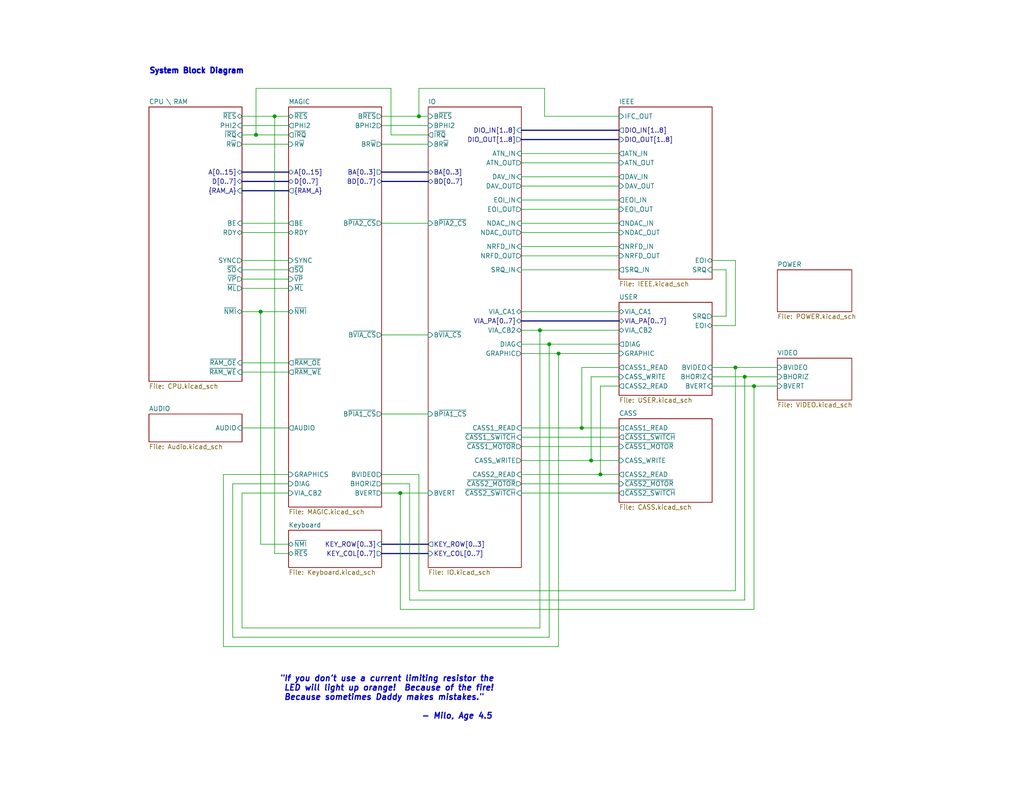
<source format=kicad_sch>
(kicad_sch
	(version 20231120)
	(generator "eeschema")
	(generator_version "8.0")
	(uuid "2eea20e6-112c-411a-b615-885ae773135a")
	(paper "A")
	(title_block
		(title "EconoPET 40/8096")
		(date "2023-10-01")
		(rev "A")
		(company "https://is.gd/6hpvh6")
		(comment 1 "Unspecified resistors are 1% / 62.5mW")
		(comment 2 "Unspecified capacitors are 25V")
		(comment 3 "Signals with B-prefix are level-shifted from 3V3 to 5V")
		(comment 4 "License: CC0 1.0 Universal (Public Domain Dedication)")
	)
	(lib_symbols)
	(junction
		(at 114.3 31.75)
		(diameter 0)
		(color 0 0 0 0)
		(uuid "044de712-d3da-40ed-9c9f-d91ef285c74c")
	)
	(junction
		(at 109.22 134.62)
		(diameter 0)
		(color 0 0 0 0)
		(uuid "19069e0d-ec58-401e-8889-9e0b9837a764")
	)
	(junction
		(at 74.93 31.75)
		(diameter 0)
		(color 0 0 0 0)
		(uuid "285b373c-316e-4275-a8c8-3ee6d6d57416")
	)
	(junction
		(at 163.83 129.54)
		(diameter 0)
		(color 0 0 0 0)
		(uuid "34922a5d-1e3b-4201-91a9-0e7b32aeac9a")
	)
	(junction
		(at 205.74 105.41)
		(diameter 0)
		(color 0 0 0 0)
		(uuid "40e5bc02-b58a-43f9-b4a4-85ab18bf82a2")
	)
	(junction
		(at 152.4 96.52)
		(diameter 0)
		(color 0 0 0 0)
		(uuid "5c9a9d34-cd8c-4cb6-a91e-ba9272b5de6a")
	)
	(junction
		(at 161.29 125.73)
		(diameter 0)
		(color 0 0 0 0)
		(uuid "63683a23-989e-4c85-8ec2-cff1fc171481")
	)
	(junction
		(at 200.66 100.33)
		(diameter 0)
		(color 0 0 0 0)
		(uuid "6c696662-a61f-439a-a2be-a3b47ec410b7")
	)
	(junction
		(at 147.32 90.17)
		(diameter 0)
		(color 0 0 0 0)
		(uuid "983425f8-052a-4e51-8e0f-1b076b560800")
	)
	(junction
		(at 158.75 116.84)
		(diameter 0)
		(color 0 0 0 0)
		(uuid "9d3f3af0-0587-4c5b-a789-673e60296627")
	)
	(junction
		(at 71.12 85.09)
		(diameter 0)
		(color 0 0 0 0)
		(uuid "afa626a6-f752-4aea-8bba-cf9ee70e90cf")
	)
	(junction
		(at 69.85 36.83)
		(diameter 0)
		(color 0 0 0 0)
		(uuid "b6f7cbbf-5a8c-437e-8e52-a3627997e450")
	)
	(junction
		(at 203.2 102.87)
		(diameter 0)
		(color 0 0 0 0)
		(uuid "eb81b1ec-ba5a-4e7e-9c9e-317bc8860515")
	)
	(junction
		(at 149.86 93.98)
		(diameter 0)
		(color 0 0 0 0)
		(uuid "f269caeb-494b-459f-acb5-79bbb33478d8")
	)
	(wire
		(pts
			(xy 152.4 176.53) (xy 60.96 176.53)
		)
		(stroke
			(width 0)
			(type default)
		)
		(uuid "00147d5b-974f-49cf-a6f0-f5053f4c81cd")
	)
	(wire
		(pts
			(xy 149.86 173.99) (xy 63.5 173.99)
		)
		(stroke
			(width 0)
			(type default)
		)
		(uuid "008e0d82-04bc-4311-82e5-5681d58dd86c")
	)
	(wire
		(pts
			(xy 158.75 116.84) (xy 168.91 116.84)
		)
		(stroke
			(width 0)
			(type default)
		)
		(uuid "013a1d87-ed18-4c90-b9f4-d218274fd035")
	)
	(wire
		(pts
			(xy 142.24 129.54) (xy 163.83 129.54)
		)
		(stroke
			(width 0)
			(type default)
		)
		(uuid "044dde97-ee2e-473a-9264-ed4dff1893a5")
	)
	(wire
		(pts
			(xy 104.14 113.03) (xy 116.84 113.03)
		)
		(stroke
			(width 0)
			(type default)
		)
		(uuid "047f481c-92e6-4bfc-9020-6cb754fd001c")
	)
	(wire
		(pts
			(xy 66.04 71.12) (xy 78.74 71.12)
		)
		(stroke
			(width 0)
			(type default)
		)
		(uuid "05e3f48e-a1e1-412a-acd4-da42067f42c4")
	)
	(wire
		(pts
			(xy 66.04 34.29) (xy 78.74 34.29)
		)
		(stroke
			(width 0)
			(type default)
		)
		(uuid "05ee8a83-a4a5-4b91-b148-4c47e0f8bd57")
	)
	(bus
		(pts
			(xy 104.14 151.13) (xy 116.84 151.13)
		)
		(stroke
			(width 0)
			(type default)
		)
		(uuid "06241921-ea49-471a-b0d2-329cdc736ae1")
	)
	(wire
		(pts
			(xy 168.91 57.15) (xy 142.24 57.15)
		)
		(stroke
			(width 0)
			(type default)
		)
		(uuid "0a1d0cbe-85ab-4f0f-b3b1-fcef21dfb600")
	)
	(wire
		(pts
			(xy 142.24 85.09) (xy 168.91 85.09)
		)
		(stroke
			(width 0)
			(type default)
		)
		(uuid "0a5610bb-d01a-4417-8271-dc424dd2c838")
	)
	(wire
		(pts
			(xy 148.59 31.75) (xy 168.91 31.75)
		)
		(stroke
			(width 0)
			(type default)
		)
		(uuid "0b110cbc-e477-4bdc-9c81-26a3d588d354")
	)
	(wire
		(pts
			(xy 203.2 102.87) (xy 212.09 102.87)
		)
		(stroke
			(width 0)
			(type default)
		)
		(uuid "0ba96aa6-d6e5-4a70-915b-5ed207592681")
	)
	(wire
		(pts
			(xy 142.24 41.91) (xy 168.91 41.91)
		)
		(stroke
			(width 0)
			(type default)
		)
		(uuid "0c544a8c-9f45-4205-9bca-1d91c95d58ef")
	)
	(wire
		(pts
			(xy 66.04 39.37) (xy 78.74 39.37)
		)
		(stroke
			(width 0)
			(type default)
		)
		(uuid "0d4c3b10-37d8-4e97-b2f6-436af0bcb4f1")
	)
	(wire
		(pts
			(xy 194.31 100.33) (xy 200.66 100.33)
		)
		(stroke
			(width 0)
			(type default)
		)
		(uuid "0f1f7335-c4c8-401b-9498-64a17e0e678c")
	)
	(wire
		(pts
			(xy 158.75 100.33) (xy 158.75 116.84)
		)
		(stroke
			(width 0)
			(type default)
		)
		(uuid "15ea3484-2685-47cb-9e01-ec01c6d477b8")
	)
	(wire
		(pts
			(xy 147.32 90.17) (xy 147.32 171.45)
		)
		(stroke
			(width 0)
			(type default)
		)
		(uuid "165be2a4-4482-4ca3-a0d6-5b17f324c46e")
	)
	(wire
		(pts
			(xy 66.04 73.66) (xy 78.74 73.66)
		)
		(stroke
			(width 0)
			(type default)
		)
		(uuid "18fc3753-751d-401c-b5ec-0b3bfb40f30f")
	)
	(wire
		(pts
			(xy 142.24 67.31) (xy 168.91 67.31)
		)
		(stroke
			(width 0)
			(type default)
		)
		(uuid "1cb64bfe-d819-47e3-be11-515b04f2c451")
	)
	(wire
		(pts
			(xy 205.74 105.41) (xy 205.74 166.37)
		)
		(stroke
			(width 0)
			(type default)
		)
		(uuid "1dc6e845-b0b7-485a-94eb-a4f06c8b6903")
	)
	(bus
		(pts
			(xy 104.14 49.53) (xy 116.84 49.53)
		)
		(stroke
			(width 0)
			(type default)
		)
		(uuid "2028d85e-9e27-4758-8c0b-559fad072813")
	)
	(wire
		(pts
			(xy 66.04 36.83) (xy 69.85 36.83)
		)
		(stroke
			(width 0)
			(type default)
		)
		(uuid "20710265-b9cb-4856-84c2-1fcb6b345ab2")
	)
	(wire
		(pts
			(xy 104.14 91.44) (xy 116.84 91.44)
		)
		(stroke
			(width 0)
			(type default)
		)
		(uuid "22c28634-55a5-4f76-9217-6b70ddd108b8")
	)
	(wire
		(pts
			(xy 116.84 36.83) (xy 106.68 36.83)
		)
		(stroke
			(width 0)
			(type default)
		)
		(uuid "234e1024-0b7f-410c-90bb-bae43af1eb25")
	)
	(wire
		(pts
			(xy 142.24 134.62) (xy 168.91 134.62)
		)
		(stroke
			(width 0)
			(type default)
		)
		(uuid "2681e64d-bedc-4e1f-87d2-754aaa485bbd")
	)
	(wire
		(pts
			(xy 69.85 36.83) (xy 78.74 36.83)
		)
		(stroke
			(width 0)
			(type default)
		)
		(uuid "2dd76837-a80a-47e1-8d49-9d9601dba9d6")
	)
	(wire
		(pts
			(xy 71.12 148.59) (xy 71.12 85.09)
		)
		(stroke
			(width 0)
			(type default)
		)
		(uuid "2f88299c-5f6e-424b-aa88-f32e0dc5d5ff")
	)
	(wire
		(pts
			(xy 194.31 105.41) (xy 205.74 105.41)
		)
		(stroke
			(width 0)
			(type default)
		)
		(uuid "33b7f11b-6f33-4668-bdc1-5792615f8226")
	)
	(wire
		(pts
			(xy 109.22 166.37) (xy 109.22 134.62)
		)
		(stroke
			(width 0)
			(type default)
		)
		(uuid "39cc6803-7db3-4877-934d-6e50836e995f")
	)
	(wire
		(pts
			(xy 74.93 31.75) (xy 74.93 151.13)
		)
		(stroke
			(width 0)
			(type default)
		)
		(uuid "3a6d19df-01b0-4106-95a6-d239818d7ef6")
	)
	(wire
		(pts
			(xy 198.12 73.66) (xy 194.31 73.66)
		)
		(stroke
			(width 0)
			(type default)
		)
		(uuid "3b9c5ffd-e59b-402d-8c5e-052f7ca643a4")
	)
	(wire
		(pts
			(xy 142.24 93.98) (xy 149.86 93.98)
		)
		(stroke
			(width 0)
			(type default)
		)
		(uuid "3f1ab70d-3263-42b5-9c61-0360188ff2b7")
	)
	(wire
		(pts
			(xy 168.91 102.87) (xy 161.29 102.87)
		)
		(stroke
			(width 0)
			(type default)
		)
		(uuid "4160bbf7-ffff-4c5c-a647-5ee58ddecf06")
	)
	(wire
		(pts
			(xy 74.93 31.75) (xy 78.74 31.75)
		)
		(stroke
			(width 0)
			(type default)
		)
		(uuid "45ff8c29-ab0d-47d2-a905-3ffbf0e4e8c5")
	)
	(wire
		(pts
			(xy 60.96 129.54) (xy 78.74 129.54)
		)
		(stroke
			(width 0)
			(type default)
		)
		(uuid "462e7cee-da81-41c4-890b-5c5b19c75a92")
	)
	(wire
		(pts
			(xy 63.5 132.08) (xy 78.74 132.08)
		)
		(stroke
			(width 0)
			(type default)
		)
		(uuid "49c15cc1-f2f3-4a42-86f4-2a6f6db97325")
	)
	(wire
		(pts
			(xy 66.04 76.2) (xy 78.74 76.2)
		)
		(stroke
			(width 0)
			(type default)
		)
		(uuid "49c6b417-8202-4f80-acce-af331b1f2513")
	)
	(wire
		(pts
			(xy 66.04 116.84) (xy 78.74 116.84)
		)
		(stroke
			(width 0)
			(type default)
		)
		(uuid "4c380e0e-a2f8-43a0-9014-c99fb50d9e02")
	)
	(wire
		(pts
			(xy 66.04 60.96) (xy 78.74 60.96)
		)
		(stroke
			(width 0)
			(type default)
		)
		(uuid "4cdf2af7-8e79-46e4-8fbd-5b0736293fc7")
	)
	(wire
		(pts
			(xy 104.14 60.96) (xy 116.84 60.96)
		)
		(stroke
			(width 0)
			(type default)
		)
		(uuid "4d2fd49e-2cb2-44d4-8935-68488970d97b")
	)
	(wire
		(pts
			(xy 198.12 86.36) (xy 198.12 73.66)
		)
		(stroke
			(width 0)
			(type default)
		)
		(uuid "4fb2577d-2e1c-480c-9060-124510b35053")
	)
	(wire
		(pts
			(xy 74.93 151.13) (xy 78.74 151.13)
		)
		(stroke
			(width 0)
			(type default)
		)
		(uuid "50e0d676-ec36-44b9-a45f-4a0f6a41d9f0")
	)
	(bus
		(pts
			(xy 104.14 148.59) (xy 116.84 148.59)
		)
		(stroke
			(width 0)
			(type default)
		)
		(uuid "51a39e99-2339-43ac-897e-1b48d64296ba")
	)
	(wire
		(pts
			(xy 66.04 171.45) (xy 66.04 134.62)
		)
		(stroke
			(width 0)
			(type default)
		)
		(uuid "54603515-902b-42ce-88de-5fce264d9d07")
	)
	(wire
		(pts
			(xy 104.14 134.62) (xy 109.22 134.62)
		)
		(stroke
			(width 0)
			(type default)
		)
		(uuid "560efb63-644c-4816-a2b8-b305c9f38e95")
	)
	(wire
		(pts
			(xy 200.66 88.9) (xy 194.31 88.9)
		)
		(stroke
			(width 0)
			(type default)
		)
		(uuid "5a33f5a4-a470-4c04-9e2d-532b5f01a5d6")
	)
	(wire
		(pts
			(xy 142.24 60.96) (xy 168.91 60.96)
		)
		(stroke
			(width 0)
			(type default)
		)
		(uuid "60d26b83-9c3a-4edb-93ef-ab3d9d05e8cb")
	)
	(wire
		(pts
			(xy 200.66 71.12) (xy 200.66 88.9)
		)
		(stroke
			(width 0)
			(type default)
		)
		(uuid "6133fb54-5524-482e-9ae2-adbf29aced9e")
	)
	(wire
		(pts
			(xy 142.24 125.73) (xy 161.29 125.73)
		)
		(stroke
			(width 0)
			(type default)
		)
		(uuid "6319cd99-a443-46e1-8dfc-9e4b6f6242e5")
	)
	(wire
		(pts
			(xy 163.83 105.41) (xy 163.83 129.54)
		)
		(stroke
			(width 0)
			(type default)
		)
		(uuid "661ca2ba-bce5-4308-99a6-de333a625515")
	)
	(wire
		(pts
			(xy 148.59 24.13) (xy 148.59 31.75)
		)
		(stroke
			(width 0)
			(type default)
		)
		(uuid "6762c669-2824-49a2-8bd4-3f19091dd75a")
	)
	(wire
		(pts
			(xy 194.31 102.87) (xy 203.2 102.87)
		)
		(stroke
			(width 0)
			(type default)
		)
		(uuid "69f36eb8-b5c9-448a-ba62-abde9a723457")
	)
	(wire
		(pts
			(xy 200.66 100.33) (xy 212.09 100.33)
		)
		(stroke
			(width 0)
			(type default)
		)
		(uuid "6ae5e725-018f-49a3-89f8-91a853894ff2")
	)
	(bus
		(pts
			(xy 142.24 87.63) (xy 168.91 87.63)
		)
		(stroke
			(width 0)
			(type default)
		)
		(uuid "6b6d35dc-fa1d-46c5-87c0-b0652011059d")
	)
	(wire
		(pts
			(xy 66.04 78.74) (xy 78.74 78.74)
		)
		(stroke
			(width 0)
			(type default)
		)
		(uuid "6fba296d-9556-44d8-96ae-3e781f34f9b3")
	)
	(wire
		(pts
			(xy 161.29 102.87) (xy 161.29 125.73)
		)
		(stroke
			(width 0)
			(type default)
		)
		(uuid "7582a530-a952-46c1-b7eb-75006524ba29")
	)
	(wire
		(pts
			(xy 168.91 125.73) (xy 161.29 125.73)
		)
		(stroke
			(width 0)
			(type default)
		)
		(uuid "765684c2-53b3-4ef7-bd1b-7a4a73d87b76")
	)
	(wire
		(pts
			(xy 63.5 173.99) (xy 63.5 132.08)
		)
		(stroke
			(width 0)
			(type default)
		)
		(uuid "7dc656da-8c58-46ac-a69b-f064d02086f9")
	)
	(wire
		(pts
			(xy 78.74 148.59) (xy 71.12 148.59)
		)
		(stroke
			(width 0)
			(type default)
		)
		(uuid "8022c62a-af58-49c0-a9df-26eebce0f3ed")
	)
	(wire
		(pts
			(xy 114.3 31.75) (xy 116.84 31.75)
		)
		(stroke
			(width 0)
			(type default)
		)
		(uuid "83e349fb-6338-43f9-ad3f-2e7f4b8bb4a9")
	)
	(wire
		(pts
			(xy 163.83 129.54) (xy 168.91 129.54)
		)
		(stroke
			(width 0)
			(type default)
		)
		(uuid "84cbf9cd-80aa-4a98-94f8-3b4ae2a14939")
	)
	(wire
		(pts
			(xy 168.91 105.41) (xy 163.83 105.41)
		)
		(stroke
			(width 0)
			(type default)
		)
		(uuid "96781640-c07e-4eea-a372-067ded96b703")
	)
	(wire
		(pts
			(xy 60.96 176.53) (xy 60.96 129.54)
		)
		(stroke
			(width 0)
			(type default)
		)
		(uuid "986635e7-5cdc-42e7-a81e-e75e0dda0fc6")
	)
	(wire
		(pts
			(xy 149.86 93.98) (xy 168.91 93.98)
		)
		(stroke
			(width 0)
			(type default)
		)
		(uuid "992a9f00-5db9-4710-b83c-2f47626f1afc")
	)
	(wire
		(pts
			(xy 66.04 31.75) (xy 74.93 31.75)
		)
		(stroke
			(width 0)
			(type default)
		)
		(uuid "999f8245-b14d-42f7-82db-69ee98420b1e")
	)
	(bus
		(pts
			(xy 66.04 49.53) (xy 78.74 49.53)
		)
		(stroke
			(width 0)
			(type default)
		)
		(uuid "9e2492fd-e074-42db-8129-fe39460dc1e0")
	)
	(wire
		(pts
			(xy 147.32 171.45) (xy 66.04 171.45)
		)
		(stroke
			(width 0)
			(type default)
		)
		(uuid "9ecd5699-fd86-420b-b44f-c871ac46bec7")
	)
	(wire
		(pts
			(xy 168.91 69.85) (xy 142.24 69.85)
		)
		(stroke
			(width 0)
			(type default)
		)
		(uuid "9f4abbc0-6ac3-48f0-b823-2c1c19349540")
	)
	(wire
		(pts
			(xy 168.91 96.52) (xy 152.4 96.52)
		)
		(stroke
			(width 0)
			(type default)
		)
		(uuid "a22bec73-a69c-4ab7-8d8d-f6a6b09f925f")
	)
	(bus
		(pts
			(xy 66.04 46.99) (xy 78.74 46.99)
		)
		(stroke
			(width 0)
			(type default)
		)
		(uuid "a48f5fff-52e4-4ae8-8faa-7084c7ae8a28")
	)
	(wire
		(pts
			(xy 152.4 96.52) (xy 142.24 96.52)
		)
		(stroke
			(width 0)
			(type default)
		)
		(uuid "a5ef31b7-003a-4e91-9578-7ffb4cba9788")
	)
	(wire
		(pts
			(xy 205.74 105.41) (xy 212.09 105.41)
		)
		(stroke
			(width 0)
			(type default)
		)
		(uuid "a67f95b6-3821-4969-aa12-c9cd8e7182db")
	)
	(wire
		(pts
			(xy 114.3 24.13) (xy 148.59 24.13)
		)
		(stroke
			(width 0)
			(type default)
		)
		(uuid "a9d76dfc-52ba-46de-beb4-dab7b94ee663")
	)
	(wire
		(pts
			(xy 147.32 90.17) (xy 168.91 90.17)
		)
		(stroke
			(width 0)
			(type default)
		)
		(uuid "aaa96006-202a-4a19-b32d-e0264c2a748c")
	)
	(wire
		(pts
			(xy 104.14 34.29) (xy 116.84 34.29)
		)
		(stroke
			(width 0)
			(type default)
		)
		(uuid "aae6bc05-6036-4fc6-8be7-c70daf5c8932")
	)
	(wire
		(pts
			(xy 168.91 63.5) (xy 142.24 63.5)
		)
		(stroke
			(width 0)
			(type default)
		)
		(uuid "ae158d42-76cc-4911-a621-4cc28931c98b")
	)
	(wire
		(pts
			(xy 168.91 119.38) (xy 142.24 119.38)
		)
		(stroke
			(width 0)
			(type default)
		)
		(uuid "b44c0167-50fe-4c67-94fb-5ce2e6f52544")
	)
	(wire
		(pts
			(xy 200.66 161.29) (xy 114.3 161.29)
		)
		(stroke
			(width 0)
			(type default)
		)
		(uuid "b64f53e9-08f4-4967-936d-18f5d6c519a9")
	)
	(wire
		(pts
			(xy 168.91 44.45) (xy 142.24 44.45)
		)
		(stroke
			(width 0)
			(type default)
		)
		(uuid "bb5d2eae-a96e-45dd-89aa-125fe22cc2fa")
	)
	(wire
		(pts
			(xy 66.04 85.09) (xy 71.12 85.09)
		)
		(stroke
			(width 0)
			(type default)
		)
		(uuid "bc46ac42-6985-4332-a4d6-bb7cec7e036f")
	)
	(wire
		(pts
			(xy 66.04 101.6) (xy 78.74 101.6)
		)
		(stroke
			(width 0)
			(type default)
		)
		(uuid "c119f42d-4ef0-46e9-b66a-ff371df73063")
	)
	(wire
		(pts
			(xy 142.24 50.8) (xy 168.91 50.8)
		)
		(stroke
			(width 0)
			(type default)
		)
		(uuid "c37d3f0c-41ec-4928-8869-febc821c6326")
	)
	(wire
		(pts
			(xy 168.91 100.33) (xy 158.75 100.33)
		)
		(stroke
			(width 0)
			(type default)
		)
		(uuid "c6462399-f2e4-4f1a-b34a-b49a04c8bdb9")
	)
	(wire
		(pts
			(xy 168.91 132.08) (xy 142.24 132.08)
		)
		(stroke
			(width 0)
			(type default)
		)
		(uuid "c811ed5f-f509-4605-b7d3-da6f79935a1e")
	)
	(wire
		(pts
			(xy 66.04 63.5) (xy 78.74 63.5)
		)
		(stroke
			(width 0)
			(type default)
		)
		(uuid "c85e3068-d7e6-4d84-8d19-4c38a1550eda")
	)
	(wire
		(pts
			(xy 200.66 100.33) (xy 200.66 161.29)
		)
		(stroke
			(width 0)
			(type default)
		)
		(uuid "c89a6932-4c35-49c3-a16d-2e29973adb59")
	)
	(bus
		(pts
			(xy 142.24 38.1) (xy 168.91 38.1)
		)
		(stroke
			(width 0)
			(type default)
		)
		(uuid "cd50b8dc-829d-4a1d-8f2a-6471f378ba87")
	)
	(wire
		(pts
			(xy 203.2 102.87) (xy 203.2 163.83)
		)
		(stroke
			(width 0)
			(type default)
		)
		(uuid "cef391e2-104e-4a02-ae8c-35f77d6f6528")
	)
	(wire
		(pts
			(xy 114.3 129.54) (xy 104.14 129.54)
		)
		(stroke
			(width 0)
			(type default)
		)
		(uuid "cfcbedb8-7935-45e9-9511-800f7528a336")
	)
	(wire
		(pts
			(xy 194.31 86.36) (xy 198.12 86.36)
		)
		(stroke
			(width 0)
			(type default)
		)
		(uuid "d035bb7a-e806-42f2-ba95-a390d279aef1")
	)
	(wire
		(pts
			(xy 142.24 116.84) (xy 158.75 116.84)
		)
		(stroke
			(width 0)
			(type default)
		)
		(uuid "d115a0df-1034-4583-83af-ff1cb8acfa17")
	)
	(bus
		(pts
			(xy 142.24 35.56) (xy 168.91 35.56)
		)
		(stroke
			(width 0)
			(type default)
		)
		(uuid "d1441985-7b63-4bf8-a06d-c70da2e3b78b")
	)
	(wire
		(pts
			(xy 203.2 163.83) (xy 111.76 163.83)
		)
		(stroke
			(width 0)
			(type default)
		)
		(uuid "d1537b63-56a9-403d-af1f-320efea3ce96")
	)
	(wire
		(pts
			(xy 114.3 161.29) (xy 114.3 129.54)
		)
		(stroke
			(width 0)
			(type default)
		)
		(uuid "d35438af-d49e-46d3-af63-b09eb85e6957")
	)
	(wire
		(pts
			(xy 142.24 73.66) (xy 168.91 73.66)
		)
		(stroke
			(width 0)
			(type default)
		)
		(uuid "d5f4d798-57d3-493b-b57c-3b6e89508879")
	)
	(wire
		(pts
			(xy 104.14 132.08) (xy 111.76 132.08)
		)
		(stroke
			(width 0)
			(type default)
		)
		(uuid "d62a85b1-fafa-4bb0-a5cb-61302909cae3")
	)
	(wire
		(pts
			(xy 114.3 31.75) (xy 114.3 24.13)
		)
		(stroke
			(width 0)
			(type default)
		)
		(uuid "d9cf2d61-3126-40fe-a66d-ae5145f94be8")
	)
	(wire
		(pts
			(xy 142.24 121.92) (xy 168.91 121.92)
		)
		(stroke
			(width 0)
			(type default)
		)
		(uuid "dd2d59b3-ddef-491f-bb57-eb3d3820bdeb")
	)
	(wire
		(pts
			(xy 104.14 31.75) (xy 114.3 31.75)
		)
		(stroke
			(width 0)
			(type default)
		)
		(uuid "df5c9f6b-a62e-44ba-997f-b2cf3279c7d4")
	)
	(bus
		(pts
			(xy 66.04 52.07) (xy 78.74 52.07)
		)
		(stroke
			(width 0)
			(type default)
		)
		(uuid "df856891-0c73-4a6d-9295-0a5aec77edec")
	)
	(wire
		(pts
			(xy 106.68 24.13) (xy 69.85 24.13)
		)
		(stroke
			(width 0)
			(type default)
		)
		(uuid "e0b0947e-ec91-4d8a-8663-5a112b0a8541")
	)
	(bus
		(pts
			(xy 104.14 46.99) (xy 116.84 46.99)
		)
		(stroke
			(width 0)
			(type default)
		)
		(uuid "e0d7c1d9-102e-4758-a8b7-ff248f1ce315")
	)
	(wire
		(pts
			(xy 66.04 134.62) (xy 78.74 134.62)
		)
		(stroke
			(width 0)
			(type default)
		)
		(uuid "e2e21f8e-f2a4-46e5-854a-5049cac960bf")
	)
	(wire
		(pts
			(xy 142.24 90.17) (xy 147.32 90.17)
		)
		(stroke
			(width 0)
			(type default)
		)
		(uuid "e4504518-96e7-4c9e-8457-7273f5a490f1")
	)
	(wire
		(pts
			(xy 152.4 96.52) (xy 152.4 176.53)
		)
		(stroke
			(width 0)
			(type default)
		)
		(uuid "e4add989-3502-4243-878f-d4babef5c9f6")
	)
	(wire
		(pts
			(xy 142.24 54.61) (xy 168.91 54.61)
		)
		(stroke
			(width 0)
			(type default)
		)
		(uuid "ea77ba09-319a-49bd-ad5b-49f4c76f232c")
	)
	(wire
		(pts
			(xy 111.76 163.83) (xy 111.76 132.08)
		)
		(stroke
			(width 0)
			(type default)
		)
		(uuid "eee2d4ba-e851-4381-8fdd-7ee0090673e3")
	)
	(wire
		(pts
			(xy 194.31 71.12) (xy 200.66 71.12)
		)
		(stroke
			(width 0)
			(type default)
		)
		(uuid "f08895dc-4dcb-4aef-a39b-5a08864cdaaf")
	)
	(wire
		(pts
			(xy 205.74 166.37) (xy 109.22 166.37)
		)
		(stroke
			(width 0)
			(type default)
		)
		(uuid "f14f26e8-73c8-4d83-aba6-a97672a407ea")
	)
	(wire
		(pts
			(xy 109.22 134.62) (xy 116.84 134.62)
		)
		(stroke
			(width 0)
			(type default)
		)
		(uuid "f1f95e00-2ff0-4fbd-80d0-97094bf71752")
	)
	(wire
		(pts
			(xy 104.14 39.37) (xy 116.84 39.37)
		)
		(stroke
			(width 0)
			(type default)
		)
		(uuid "f220d6a7-3170-4e04-8de6-2df0c3962fe0")
	)
	(wire
		(pts
			(xy 66.04 99.06) (xy 78.74 99.06)
		)
		(stroke
			(width 0)
			(type default)
		)
		(uuid "f284b1e2-75a4-4a3f-a5f4-6f05f15fb4f5")
	)
	(wire
		(pts
			(xy 71.12 85.09) (xy 78.74 85.09)
		)
		(stroke
			(width 0)
			(type default)
		)
		(uuid "f8a005c0-6b54-4b9f-a271-35cbad8ba0c6")
	)
	(wire
		(pts
			(xy 142.24 48.26) (xy 168.91 48.26)
		)
		(stroke
			(width 0)
			(type default)
		)
		(uuid "facb0614-068b-4c9c-a466-d374df96a94c")
	)
	(wire
		(pts
			(xy 149.86 93.98) (xy 149.86 173.99)
		)
		(stroke
			(width 0)
			(type default)
		)
		(uuid "fbe24a77-3942-4c73-8ad1-509729df461a")
	)
	(wire
		(pts
			(xy 106.68 36.83) (xy 106.68 24.13)
		)
		(stroke
			(width 0)
			(type default)
		)
		(uuid "fcfb3f77-487d-44de-bd4e-948fbeca3220")
	)
	(wire
		(pts
			(xy 69.85 24.13) (xy 69.85 36.83)
		)
		(stroke
			(width 0)
			(type default)
		)
		(uuid "fd29cce5-2d5d-4676-956a-df49a3c13d23")
	)
	(text "\"If you don't use a current limiting resistor the\n LED will light up orange!  Because of the fire!\n Because sometimes Daddy makes mistakes.\"\n\n                                - Milo, Age 4.5\n"
		(exclude_from_sim no)
		(at 76.2 190.5 0)
		(effects
			(font
				(size 1.5875 1.5875)
				(thickness 0.3175)
				(bold yes)
				(italic yes)
			)
			(justify left)
		)
		(uuid "6390a6cc-0e3d-40ce-862b-b05e81279e59")
	)
	(text "System Block Diagram"
		(exclude_from_sim no)
		(at 40.64 20.32 0)
		(effects
			(font
				(size 1.5 1.5)
				(thickness 0.8)
				(bold yes)
			)
			(justify left bottom)
		)
		(uuid "d7ab9822-788f-4a76-b4be-97d7a9c7c4b0")
	)
	(sheet
		(at 40.64 29.21)
		(size 25.4 74.93)
		(fields_autoplaced yes)
		(stroke
			(width 0)
			(type solid)
		)
		(fill
			(color 0 0 0 0.0000)
		)
		(uuid "00000000-0000-0000-0000-0000614e685e")
		(property "Sheetname" "CPU \\ RAM"
			(at 40.64 28.4984 0)
			(effects
				(font
					(size 1.27 1.27)
				)
				(justify left bottom)
			)
		)
		(property "Sheetfile" "CPU.kicad_sch"
			(at 40.64 104.7246 0)
			(effects
				(font
					(size 1.27 1.27)
				)
				(justify left top)
			)
		)
		(pin "SYNC" output
			(at 66.04 71.12 0)
			(effects
				(font
					(size 1.27 1.27)
				)
				(justify right)
			)
			(uuid "e8274862-c966-456a-98d5-9c42f72963c1")
		)
		(pin "BE" input
			(at 66.04 60.96 0)
			(effects
				(font
					(size 1.27 1.27)
				)
				(justify right)
			)
			(uuid "efd7a1e0-5bed-4583-a94e-5ccec9e4eb74")
		)
		(pin "RDY" bidirectional
			(at 66.04 63.5 0)
			(effects
				(font
					(size 1.27 1.27)
				)
				(justify right)
			)
			(uuid "f7070c76-b83b-43a9-a243-491723819616")
		)
		(pin "~{NMI}" bidirectional
			(at 66.04 85.09 0)
			(effects
				(font
					(size 1.27 1.27)
				)
				(justify right)
			)
			(uuid "f5eb7390-4215-4bb5-bc53-f82f663cc9a5")
		)
		(pin "~{IRQ}" input
			(at 66.04 36.83 0)
			(effects
				(font
					(size 1.27 1.27)
				)
				(justify right)
			)
			(uuid "17cf1c88-8d51-4538-aa76-e35ac22d0ed0")
		)
		(pin "R~{W}" output
			(at 66.04 39.37 0)
			(effects
				(font
					(size 1.27 1.27)
				)
				(justify right)
			)
			(uuid "c3a69550-c4fa-45d1-9aba-0bba47699cca")
		)
		(pin "PHI2" input
			(at 66.04 34.29 0)
			(effects
				(font
					(size 1.27 1.27)
				)
				(justify right)
			)
			(uuid "b7b00984-6ab1-482e-b4b4-67cac44d44da")
		)
		(pin "~{RES}" bidirectional
			(at 66.04 31.75 0)
			(effects
				(font
					(size 1.27 1.27)
				)
				(justify right)
			)
			(uuid "3fa05934-8ad1-40a9-af5c-98ad298eb412")
		)
		(pin "D[0..7]" bidirectional
			(at 66.04 49.53 0)
			(effects
				(font
					(size 1.27 1.27)
				)
				(justify right)
			)
			(uuid "9cacb6ad-6bbf-4ffe-b0a4-2df24045e046")
		)
		(pin "~{RAM_OE}" input
			(at 66.04 99.06 0)
			(effects
				(font
					(size 1.27 1.27)
				)
				(justify right)
			)
			(uuid "be5a7017-fe9d-43ea-9a6a-8fe8deb78420")
		)
		(pin "~{RAM_WE}" input
			(at 66.04 101.6 0)
			(effects
				(font
					(size 1.27 1.27)
				)
				(justify right)
			)
			(uuid "49488c82-6277-4d05-a051-6a9df142c373")
		)
		(pin "~{SO}" input
			(at 66.04 73.66 0)
			(effects
				(font
					(size 1.27 1.27)
				)
				(justify right)
			)
			(uuid "0ff428eb-628c-49ee-8ce2-0a71fb61ba13")
		)
		(pin "~{VP}" output
			(at 66.04 76.2 0)
			(effects
				(font
					(size 1.27 1.27)
				)
				(justify right)
			)
			(uuid "7626ad65-1258-40ad-a4b8-de018ec77258")
		)
		(pin "~{ML}" output
			(at 66.04 78.74 0)
			(effects
				(font
					(size 1.27 1.27)
				)
				(justify right)
			)
			(uuid "c3d81f6d-2b72-4432-b669-7dd9e0ec4816")
		)
		(pin "A[0..15]" bidirectional
			(at 66.04 46.99 0)
			(effects
				(font
					(size 1.27 1.27)
				)
				(justify right)
			)
			(uuid "ad0e3f3b-cc27-4015-97b6-25abeb9ae4c1")
		)
		(pin "{RAM_A}" input
			(at 66.04 52.07 0)
			(effects
				(font
					(size 1.27 1.27)
				)
				(justify right)
			)
			(uuid "599eb13c-c60f-4978-909b-107399e22f87")
		)
		(instances
			(project "Mainboard"
				(path "/2eea20e6-112c-411a-b615-885ae773135a"
					(page "2")
				)
			)
		)
	)
	(sheet
		(at 168.91 29.21)
		(size 25.4 46.99)
		(fields_autoplaced yes)
		(stroke
			(width 0)
			(type solid)
		)
		(fill
			(color 0 0 0 0.0000)
		)
		(uuid "00000000-0000-0000-0000-00006151ec26")
		(property "Sheetname" "IEEE"
			(at 168.91 28.4984 0)
			(effects
				(font
					(size 1.27 1.27)
				)
				(justify left bottom)
			)
		)
		(property "Sheetfile" "IEEE.kicad_sch"
			(at 168.91 76.7846 0)
			(effects
				(font
					(size 1.27 1.27)
				)
				(justify left top)
			)
		)
		(pin "DAV_IN" output
			(at 168.91 48.26 180)
			(effects
				(font
					(size 1.27 1.27)
				)
				(justify left)
			)
			(uuid "0e32af77-726b-4e11-9f99-2e2484ba9e9b")
		)
		(pin "NRFD_IN" output
			(at 168.91 67.31 180)
			(effects
				(font
					(size 1.27 1.27)
				)
				(justify left)
			)
			(uuid "8a427111-6480-4b0c-b097-d8b6a0ee1819")
		)
		(pin "NDAC_IN" output
			(at 168.91 60.96 180)
			(effects
				(font
					(size 1.27 1.27)
				)
				(justify left)
			)
			(uuid "152cd84e-bbed-4df5-a866-d1ab977b0966")
		)
		(pin "ATN_IN" output
			(at 168.91 41.91 180)
			(effects
				(font
					(size 1.27 1.27)
				)
				(justify left)
			)
			(uuid "560d05a7-84e4-403a-80d1-f287a4032b8a")
		)
		(pin "EOI_IN" output
			(at 168.91 54.61 180)
			(effects
				(font
					(size 1.27 1.27)
				)
				(justify left)
			)
			(uuid "2a4111b7-8149-4814-9344-3b8119cd75e4")
		)
		(pin "SRQ_IN" output
			(at 168.91 73.66 180)
			(effects
				(font
					(size 1.27 1.27)
				)
				(justify left)
			)
			(uuid "a686ed7c-c2d1-4d29-9d54-727faf9fd6bf")
		)
		(pin "DAV_OUT" input
			(at 168.91 50.8 180)
			(effects
				(font
					(size 1.27 1.27)
				)
				(justify left)
			)
			(uuid "15189cef-9045-423b-b4f6-a763d4e75704")
		)
		(pin "NRFD_OUT" input
			(at 168.91 69.85 180)
			(effects
				(font
					(size 1.27 1.27)
				)
				(justify left)
			)
			(uuid "a239fd1d-dfbb-49fd-b565-8c3de9dcf42b")
		)
		(pin "NDAC_OUT" input
			(at 168.91 63.5 180)
			(effects
				(font
					(size 1.27 1.27)
				)
				(justify left)
			)
			(uuid "d32956af-146b-4a09-a053-d9d64b8dd86d")
		)
		(pin "ATN_OUT" input
			(at 168.91 44.45 180)
			(effects
				(font
					(size 1.27 1.27)
				)
				(justify left)
			)
			(uuid "06665bf8-cef1-4e75-8d5b-1537b3c1b090")
		)
		(pin "EOI_OUT" input
			(at 168.91 57.15 180)
			(effects
				(font
					(size 1.27 1.27)
				)
				(justify left)
			)
			(uuid "9fdca5c2-1fbd-4774-a9c3-8795a40c206d")
		)
		(pin "IFC_OUT" input
			(at 168.91 31.75 180)
			(effects
				(font
					(size 1.27 1.27)
				)
				(justify left)
			)
			(uuid "a0d52767-051a-423c-a600-928281f27952")
		)
		(pin "EOI" bidirectional
			(at 194.31 71.12 0)
			(effects
				(font
					(size 1.27 1.27)
				)
				(justify right)
			)
			(uuid "178ae27e-edb9-4ffb-bd13-c0a6dd659606")
		)
		(pin "SRQ" input
			(at 194.31 73.66 0)
			(effects
				(font
					(size 1.27 1.27)
				)
				(justify right)
			)
			(uuid "aa8663be-9516-4b07-84d2-4c4d668b8596")
		)
		(pin "DIO_OUT[1..8]" input
			(at 168.91 38.1 180)
			(effects
				(font
					(size 1.27 1.27)
				)
				(justify left)
			)
			(uuid "dfcef016-1bf5-4158-8a79-72d38a522877")
		)
		(pin "DIO_IN[1..8]" output
			(at 168.91 35.56 180)
			(effects
				(font
					(size 1.27 1.27)
				)
				(justify left)
			)
			(uuid "6ff9bb63-d6fd-4e32-bb60-7ac65509c2e9")
		)
		(instances
			(project "Mainboard"
				(path "/2eea20e6-112c-411a-b615-885ae773135a"
					(page "7")
				)
			)
		)
	)
	(sheet
		(at 78.74 29.21)
		(size 25.4 109.22)
		(fields_autoplaced yes)
		(stroke
			(width 0)
			(type solid)
		)
		(fill
			(color 0 0 0 0.0000)
		)
		(uuid "00000000-0000-0000-0000-0000617d6918")
		(property "Sheetname" "MAGIC"
			(at 78.74 28.4984 0)
			(effects
				(font
					(size 1.27 1.27)
				)
				(justify left bottom)
			)
		)
		(property "Sheetfile" "MAGIC.kicad_sch"
			(at 78.74 139.0146 0)
			(effects
				(font
					(size 1.27 1.27)
				)
				(justify left top)
			)
		)
		(pin "R~{W}" input
			(at 78.74 39.37 180)
			(effects
				(font
					(size 1.27 1.27)
				)
				(justify left)
			)
			(uuid "3656bb3f-f8a4-4f3a-8e9a-ec6203c87a56")
		)
		(pin "PHI2" output
			(at 78.74 34.29 180)
			(effects
				(font
					(size 1.27 1.27)
				)
				(justify left)
			)
			(uuid "eb6a726e-fed9-4891-95fa-b4d4a5f77b35")
		)
		(pin "~{RES}" bidirectional
			(at 78.74 31.75 180)
			(effects
				(font
					(size 1.27 1.27)
				)
				(justify left)
			)
			(uuid "d70d1cd3-1668-4688-8eb7-f773efb7bb87")
		)
		(pin "D[0..7]" bidirectional
			(at 78.74 49.53 180)
			(effects
				(font
					(size 1.27 1.27)
				)
				(justify left)
			)
			(uuid "3c646c61-400f-4f60-98b8-05ed5e632a3f")
		)
		(pin "BA[0..3]" output
			(at 104.14 46.99 0)
			(effects
				(font
					(size 1.27 1.27)
				)
				(justify right)
			)
			(uuid "8aeda7bd-b078-427a-a185-d5bc595c6436")
		)
		(pin "BR~{W}" output
			(at 104.14 39.37 0)
			(effects
				(font
					(size 1.27 1.27)
				)
				(justify right)
			)
			(uuid "251669f2-aed1-46fe-b2e4-9582ff1e4084")
		)
		(pin "BPHI2" output
			(at 104.14 34.29 0)
			(effects
				(font
					(size 1.27 1.27)
				)
				(justify right)
			)
			(uuid "3198b8ca-7d11-4e0c-89a4-c173f9fcf724")
		)
		(pin "B~{RES}" output
			(at 104.14 31.75 0)
			(effects
				(font
					(size 1.27 1.27)
				)
				(justify right)
			)
			(uuid "311665d9-0fab-4325-8b46-f3638bf521df")
		)
		(pin "BD[0..7]" bidirectional
			(at 104.14 49.53 0)
			(effects
				(font
					(size 1.27 1.27)
				)
				(justify right)
			)
			(uuid "3c3e06bd-c8bb-4ec8-84e0-f7f9437909b3")
		)
		(pin "SYNC" input
			(at 78.74 71.12 180)
			(effects
				(font
					(size 1.27 1.27)
				)
				(justify left)
			)
			(uuid "5eedf685-0df3-4da8-aded-0e6ed1cb2507")
		)
		(pin "BE" output
			(at 78.74 60.96 180)
			(effects
				(font
					(size 1.27 1.27)
				)
				(justify left)
			)
			(uuid "fc4f0835-889b-4d2e-876e-ca524c79ae62")
		)
		(pin "RDY" bidirectional
			(at 78.74 63.5 180)
			(effects
				(font
					(size 1.27 1.27)
				)
				(justify left)
			)
			(uuid "90fd611c-300b-48cf-a7c4-0d604953cd00")
		)
		(pin "~{NMI}" bidirectional
			(at 78.74 85.09 180)
			(effects
				(font
					(size 1.27 1.27)
				)
				(justify left)
			)
			(uuid "4d967454-338c-4b89-8534-9457e15bf2f2")
		)
		(pin "~{IRQ}" output
			(at 78.74 36.83 180)
			(effects
				(font
					(size 1.27 1.27)
				)
				(justify left)
			)
			(uuid "7eb32ed1-4320-49ba-8487-1c88e4824fe3")
		)
		(pin "~{RAM_OE}" output
			(at 78.74 99.06 180)
			(effects
				(font
					(size 1.27 1.27)
				)
				(justify left)
			)
			(uuid "3d416885-b8b5-4f5c-bc29-39c6376095e8")
		)
		(pin "~{RAM_WE}" output
			(at 78.74 101.6 180)
			(effects
				(font
					(size 1.27 1.27)
				)
				(justify left)
			)
			(uuid "6b8ac91e-9d2b-49db-8a80-1da009ad1c5e")
		)
		(pin "B~{VIA_CS}" output
			(at 104.14 91.44 0)
			(effects
				(font
					(size 1.27 1.27)
				)
				(justify right)
			)
			(uuid "9b07d532-5f76-4469-8dbf-25ac27eef589")
		)
		(pin "B~{PIA2_CS}" output
			(at 104.14 60.96 0)
			(effects
				(font
					(size 1.27 1.27)
				)
				(justify right)
			)
			(uuid "a26bdee6-0e16-4ea6-87f7-fb32c714896e")
		)
		(pin "B~{PIA1_CS}" output
			(at 104.14 113.03 0)
			(effects
				(font
					(size 1.27 1.27)
				)
				(justify right)
			)
			(uuid "9a595c4c-9ac1-4ae3-8ff3-1b7f2281a894")
		)
		(pin "BHORIZ" output
			(at 104.14 132.08 0)
			(effects
				(font
					(size 1.27 1.27)
				)
				(justify right)
			)
			(uuid "d2a06d80-a7c0-4e03-b0f2-0853af1ffbdf")
		)
		(pin "BVIDEO" output
			(at 104.14 129.54 0)
			(effects
				(font
					(size 1.27 1.27)
				)
				(justify right)
			)
			(uuid "1bd2a67e-eee3-4ba3-8cbb-83302adab651")
		)
		(pin "BVERT" output
			(at 104.14 134.62 0)
			(effects
				(font
					(size 1.27 1.27)
				)
				(justify right)
			)
			(uuid "3e4b7833-6ad7-4d2e-9ad3-43cf9716973f")
		)
		(pin "GRAPHICS" input
			(at 78.74 129.54 180)
			(effects
				(font
					(size 1.27 1.27)
				)
				(justify left)
			)
			(uuid "469b53db-fa30-402e-b1e5-099347f19b8e")
		)
		(pin "VIA_CB2" input
			(at 78.74 134.62 180)
			(effects
				(font
					(size 1.27 1.27)
				)
				(justify left)
			)
			(uuid "99a12a81-7394-4239-ad76-86f0f32eb244")
		)
		(pin "DIAG" input
			(at 78.74 132.08 180)
			(effects
				(font
					(size 1.27 1.27)
				)
				(justify left)
			)
			(uuid "75b7b854-e122-4c8e-8d06-36a5756c27a3")
		)
		(pin "~{SO}" output
			(at 78.74 73.66 180)
			(effects
				(font
					(size 1.27 1.27)
				)
				(justify left)
			)
			(uuid "707b447c-0735-4808-8663-4e0c3e2a111e")
		)
		(pin "~{ML}" input
			(at 78.74 78.74 180)
			(effects
				(font
					(size 1.27 1.27)
				)
				(justify left)
			)
			(uuid "df4d84d1-5f64-4d03-92cb-4fc5fbbba259")
		)
		(pin "~{VP}" input
			(at 78.74 76.2 180)
			(effects
				(font
					(size 1.27 1.27)
				)
				(justify left)
			)
			(uuid "801ad9a8-f00c-4ac5-8cab-2745049d5fd3")
		)
		(pin "A[0..15]" bidirectional
			(at 78.74 46.99 180)
			(effects
				(font
					(size 1.27 1.27)
				)
				(justify left)
			)
			(uuid "0352065f-0b49-4cb8-80a0-a23db48b04ae")
		)
		(pin "{RAM_A}" output
			(at 78.74 52.07 180)
			(effects
				(font
					(size 1.27 1.27)
				)
				(justify left)
			)
			(uuid "5fc60b06-c977-4aac-bb01-61314619550b")
		)
		(pin "AUDIO" output
			(at 78.74 116.84 180)
			(effects
				(font
					(size 1.27 1.27)
				)
				(justify left)
			)
			(uuid "0467a466-5aea-4097-812f-0ab5fab8d392")
		)
		(instances
			(project "Mainboard"
				(path "/2eea20e6-112c-411a-b615-885ae773135a"
					(page "4")
				)
			)
		)
	)
	(sheet
		(at 78.74 144.78)
		(size 25.4 10.16)
		(fields_autoplaced yes)
		(stroke
			(width 0)
			(type solid)
		)
		(fill
			(color 0 0 0 0.0000)
		)
		(uuid "00000000-0000-0000-0000-000061a7d9c6")
		(property "Sheetname" "Keyboard"
			(at 78.74 144.0684 0)
			(effects
				(font
					(size 1.27 1.27)
				)
				(justify left bottom)
			)
		)
		(property "Sheetfile" "Keyboard.kicad_sch"
			(at 78.74 155.5246 0)
			(effects
				(font
					(size 1.27 1.27)
				)
				(justify left top)
			)
		)
		(pin "KEY_ROW[0..3]" input
			(at 104.14 148.59 0)
			(effects
				(font
					(size 1.27 1.27)
				)
				(justify right)
			)
			(uuid "9f969b13-1795-4747-8326-93bdc304ed56")
		)
		(pin "KEY_COL[0..7]" output
			(at 104.14 151.13 0)
			(effects
				(font
					(size 1.27 1.27)
				)
				(justify right)
			)
			(uuid "b9d4de74-d246-495d-8b63-12ab2133d6d6")
		)
		(pin "~{NMI}" bidirectional
			(at 78.74 148.59 180)
			(effects
				(font
					(size 1.27 1.27)
				)
				(justify left)
			)
			(uuid "5d4ecfcc-6eea-4bf7-9978-901f6aa0bf83")
		)
		(pin "~{RES}" bidirectional
			(at 78.74 151.13 180)
			(effects
				(font
					(size 1.27 1.27)
				)
				(justify left)
			)
			(uuid "17a75648-79c7-4ea3-93fe-812dea5f6d68")
		)
		(instances
			(project "Mainboard"
				(path "/2eea20e6-112c-411a-b615-885ae773135a"
					(page "10")
				)
			)
		)
	)
	(sheet
		(at 168.91 82.55)
		(size 25.4 25.4)
		(fields_autoplaced yes)
		(stroke
			(width 0)
			(type solid)
		)
		(fill
			(color 0 0 0 0.0000)
		)
		(uuid "00000000-0000-0000-0000-000061b3f8ab")
		(property "Sheetname" "USER"
			(at 168.91 81.8384 0)
			(effects
				(font
					(size 1.27 1.27)
				)
				(justify left bottom)
			)
		)
		(property "Sheetfile" "USER.kicad_sch"
			(at 168.91 108.5346 0)
			(effects
				(font
					(size 1.27 1.27)
				)
				(justify left top)
			)
		)
		(pin "VIA_CA1" bidirectional
			(at 168.91 85.09 180)
			(effects
				(font
					(size 1.27 1.27)
				)
				(justify left)
			)
			(uuid "34ce7009-187e-4541-a14e-708b3a2903d9")
		)
		(pin "VIA_PA[0..7]" bidirectional
			(at 168.91 87.63 180)
			(effects
				(font
					(size 1.27 1.27)
				)
				(justify left)
			)
			(uuid "25c663ff-96b6-4263-a06e-d1829409cf73")
		)
		(pin "SRQ" output
			(at 194.31 86.36 0)
			(effects
				(font
					(size 1.27 1.27)
				)
				(justify right)
			)
			(uuid "637e9edf-ffed-49a2-8408-fa110c9a4c79")
		)
		(pin "BVIDEO" input
			(at 194.31 100.33 0)
			(effects
				(font
					(size 1.27 1.27)
				)
				(justify right)
			)
			(uuid "b456cffc-d9d7-4c91-91f2-36ec9a65dd1b")
		)
		(pin "CASS_WRITE" input
			(at 168.91 102.87 180)
			(effects
				(font
					(size 1.27 1.27)
				)
				(justify left)
			)
			(uuid "73ee7e03-97a8-4121-b568-c25f3934a935")
		)
		(pin "DIAG" output
			(at 168.91 93.98 180)
			(effects
				(font
					(size 1.27 1.27)
				)
				(justify left)
			)
			(uuid "291935ec-f8ff-41f0-8717-e68b8af7b8c1")
		)
		(pin "GRAPHIC" input
			(at 168.91 96.52 180)
			(effects
				(font
					(size 1.27 1.27)
				)
				(justify left)
			)
			(uuid "49a65079-57a9-46fc-8711-1d7f2cab8dbf")
		)
		(pin "VIA_CB2" bidirectional
			(at 168.91 90.17 180)
			(effects
				(font
					(size 1.27 1.27)
				)
				(justify left)
			)
			(uuid "87ba184f-bff5-4989-8217-6af375cc3dd8")
		)
		(pin "CASS1_READ" output
			(at 168.91 100.33 180)
			(effects
				(font
					(size 1.27 1.27)
				)
				(justify left)
			)
			(uuid "6ae963fb-e34f-4e11-9adf-78839a5b2ef1")
		)
		(pin "CASS2_READ" output
			(at 168.91 105.41 180)
			(effects
				(font
					(size 1.27 1.27)
				)
				(justify left)
			)
			(uuid "d45d1afe-78e6-4045-862c-b274469da903")
		)
		(pin "EOI" bidirectional
			(at 194.31 88.9 0)
			(effects
				(font
					(size 1.27 1.27)
				)
				(justify right)
			)
			(uuid "f203116d-f256-4611-a03e-9536bbedaf2f")
		)
		(pin "BVERT" input
			(at 194.31 105.41 0)
			(effects
				(font
					(size 1.27 1.27)
				)
				(justify right)
			)
			(uuid "1e6fc208-296f-4a22-a6a3-23098f1d95f0")
		)
		(pin "BHORIZ" input
			(at 194.31 102.87 0)
			(effects
				(font
					(size 1.27 1.27)
				)
				(justify right)
			)
			(uuid "86258998-bb8f-4460-891e-11ba6a566b3f")
		)
		(instances
			(project "Mainboard"
				(path "/2eea20e6-112c-411a-b615-885ae773135a"
					(page "8")
				)
			)
		)
	)
	(sheet
		(at 116.84 29.21)
		(size 25.4 125.73)
		(fields_autoplaced yes)
		(stroke
			(width 0)
			(type solid)
		)
		(fill
			(color 0 0 0 0.0000)
		)
		(uuid "00000000-0000-0000-0000-000061b9c2eb")
		(property "Sheetname" "IO"
			(at 116.84 28.4984 0)
			(effects
				(font
					(size 1.27 1.27)
				)
				(justify left bottom)
			)
		)
		(property "Sheetfile" "IO.kicad_sch"
			(at 116.84 155.5246 0)
			(effects
				(font
					(size 1.27 1.27)
				)
				(justify left top)
			)
		)
		(pin "ATN_IN" input
			(at 142.24 41.91 0)
			(effects
				(font
					(size 1.27 1.27)
				)
				(justify right)
			)
			(uuid "165f4d8d-26a9-4cf2-a8d6-9936cd983be4")
		)
		(pin "NDAC_OUT" output
			(at 142.24 63.5 0)
			(effects
				(font
					(size 1.27 1.27)
				)
				(justify right)
			)
			(uuid "8e697b96-cf4c-43ef-b321-8c2422b088bf")
		)
		(pin "SRQ_IN" input
			(at 142.24 73.66 0)
			(effects
				(font
					(size 1.27 1.27)
				)
				(justify right)
			)
			(uuid "74855e0d-40e4-4940-a544-edae9207b2ea")
		)
		(pin "DAV_OUT" output
			(at 142.24 50.8 0)
			(effects
				(font
					(size 1.27 1.27)
				)
				(justify right)
			)
			(uuid "d68dca9b-48b3-498b-9b5f-3b3838250f82")
		)
		(pin "NDAC_IN" input
			(at 142.24 60.96 0)
			(effects
				(font
					(size 1.27 1.27)
				)
				(justify right)
			)
			(uuid "59f60168-cced-43c9-aaa5-41a1a8a2f631")
		)
		(pin "NRFD_OUT" output
			(at 142.24 69.85 0)
			(effects
				(font
					(size 1.27 1.27)
				)
				(justify right)
			)
			(uuid "f6a3288e-9575-42bb-af05-a920d59aded8")
		)
		(pin "ATN_OUT" output
			(at 142.24 44.45 0)
			(effects
				(font
					(size 1.27 1.27)
				)
				(justify right)
			)
			(uuid "ef94502b-f22d-4da7-a17f-4100090b03a1")
		)
		(pin "NRFD_IN" input
			(at 142.24 67.31 0)
			(effects
				(font
					(size 1.27 1.27)
				)
				(justify right)
			)
			(uuid "10b20c6b-8045-46d1-a965-0d7dd9a1b5fa")
		)
		(pin "DAV_IN" input
			(at 142.24 48.26 0)
			(effects
				(font
					(size 1.27 1.27)
				)
				(justify right)
			)
			(uuid "082aed28-f9e8-49e7-96ee-b5aa9f0319c7")
		)
		(pin "EOI_IN" input
			(at 142.24 54.61 0)
			(effects
				(font
					(size 1.27 1.27)
				)
				(justify right)
			)
			(uuid "fe6d9604-2924-4f38-950b-a31e8a281973")
		)
		(pin "EOI_OUT" output
			(at 142.24 57.15 0)
			(effects
				(font
					(size 1.27 1.27)
				)
				(justify right)
			)
			(uuid "f67bbef3-6f59-49ba-8890-d1f9dc9f9ad6")
		)
		(pin "~{IRQ}" output
			(at 116.84 36.83 180)
			(effects
				(font
					(size 1.27 1.27)
				)
				(justify left)
			)
			(uuid "f503ea07-bcf1-4924-930a-6f7e9cd312f8")
		)
		(pin "KEY_ROW[0..3]" output
			(at 116.84 148.59 180)
			(effects
				(font
					(size 1.27 1.27)
				)
				(justify left)
			)
			(uuid "645bdbdc-8f65-42ef-a021-2d3e7d74a739")
		)
		(pin "KEY_COL[0..7]" input
			(at 116.84 151.13 180)
			(effects
				(font
					(size 1.27 1.27)
				)
				(justify left)
			)
			(uuid "b1ba92d5-0d41-4be9-b483-47d08dc1785d")
		)
		(pin "CASS1_READ" input
			(at 142.24 116.84 0)
			(effects
				(font
					(size 1.27 1.27)
				)
				(justify right)
			)
			(uuid "8b963561-586b-4575-b721-87e7914602c6")
		)
		(pin "DIAG" input
			(at 142.24 93.98 0)
			(effects
				(font
					(size 1.27 1.27)
				)
				(justify right)
			)
			(uuid "da862bae-4511-4bb9-b18d-fa60a2737feb")
		)
		(pin "VIA_PA[0..7]" bidirectional
			(at 142.24 87.63 0)
			(effects
				(font
					(size 1.27 1.27)
				)
				(justify right)
			)
			(uuid "dec284d9-246c-4619-8dcc-8f4886f9349e")
		)
		(pin "GRAPHIC" output
			(at 142.24 96.52 0)
			(effects
				(font
					(size 1.27 1.27)
				)
				(justify right)
			)
			(uuid "ae8bb5ae-95ee-4e2d-8a0c-ae5b6149b4e3")
		)
		(pin "VIA_CA1" bidirectional
			(at 142.24 85.09 0)
			(effects
				(font
					(size 1.27 1.27)
				)
				(justify right)
			)
			(uuid "8b3ba7fc-20b6-43c4-a020-80151e1caecc")
		)
		(pin "CASS_WRITE" output
			(at 142.24 125.73 0)
			(effects
				(font
					(size 1.27 1.27)
				)
				(justify right)
			)
			(uuid "fb0b1440-18be-4b5f-b469-b4cfaf66fc53")
		)
		(pin "CASS2_READ" input
			(at 142.24 129.54 0)
			(effects
				(font
					(size 1.27 1.27)
				)
				(justify right)
			)
			(uuid "a2a0f5cc-b5aa-4e3e-8d85-23bdc2f59aec")
		)
		(pin "VIA_CB2" bidirectional
			(at 142.24 90.17 0)
			(effects
				(font
					(size 1.27 1.27)
				)
				(justify right)
			)
			(uuid "7f064424-06a6-4f5b-87d6-1970ae527766")
		)
		(pin "DIO_OUT[1..8]" output
			(at 142.24 38.1 0)
			(effects
				(font
					(size 1.27 1.27)
				)
				(justify right)
			)
			(uuid "3e87b259-dfc1-4885-8dcf-7e7ae39674ed")
		)
		(pin "DIO_IN[1..8]" input
			(at 142.24 35.56 0)
			(effects
				(font
					(size 1.27 1.27)
				)
				(justify right)
			)
			(uuid "ba116096-3ccc-4cc8-a185-5325439e4e24")
		)
		(pin "BD[0..7]" bidirectional
			(at 116.84 49.53 180)
			(effects
				(font
					(size 1.27 1.27)
				)
				(justify left)
			)
			(uuid "31bfc3e7-147b-4531-a0c5-e3a305c1647d")
		)
		(pin "BA[0..3]" bidirectional
			(at 116.84 46.99 180)
			(effects
				(font
					(size 1.27 1.27)
				)
				(justify left)
			)
			(uuid "7668b629-abd6-4e14-be84-df90ae487fc6")
		)
		(pin "B~{VIA_CS}" input
			(at 116.84 91.44 180)
			(effects
				(font
					(size 1.27 1.27)
				)
				(justify left)
			)
			(uuid "37657eee-b379-4145-b65d-79c82b53e49e")
		)
		(pin "BR~{W}" input
			(at 116.84 39.37 180)
			(effects
				(font
					(size 1.27 1.27)
				)
				(justify left)
			)
			(uuid "363189af-2faa-46a4-b025-5a779d801f2e")
		)
		(pin "BPHI2" input
			(at 116.84 34.29 180)
			(effects
				(font
					(size 1.27 1.27)
				)
				(justify left)
			)
			(uuid "f934a442-23d6-4e5b-908f-bb9199ad6f8b")
		)
		(pin "B~{RES}" input
			(at 116.84 31.75 180)
			(effects
				(font
					(size 1.27 1.27)
				)
				(justify left)
			)
			(uuid "386faf3f-2adf-472a-84bf-bd511edf2429")
		)
		(pin "B~{PIA1_CS}" input
			(at 116.84 113.03 180)
			(effects
				(font
					(size 1.27 1.27)
				)
				(justify left)
			)
			(uuid "de552ae9-cde6-4643-8cc7-9de2579dadae")
		)
		(pin "B~{PIA2_CS}" input
			(at 116.84 60.96 180)
			(effects
				(font
					(size 1.27 1.27)
				)
				(justify left)
			)
			(uuid "72366acb-6c86-4134-89df-01ed6e4dc8e0")
		)
		(pin "~{CASS1_MOTOR}" output
			(at 142.24 121.92 0)
			(effects
				(font
					(size 1.27 1.27)
				)
				(justify right)
			)
			(uuid "c8367f99-c461-44b2-ac92-af6a82fd9551")
		)
		(pin "~{CASS1_SWITCH}" input
			(at 142.24 119.38 0)
			(effects
				(font
					(size 1.27 1.27)
				)
				(justify right)
			)
			(uuid "8bfebcc1-410a-4634-a4ea-07f229feef0b")
		)
		(pin "~{CASS2_SWITCH}" input
			(at 142.24 134.62 0)
			(effects
				(font
					(size 1.27 1.27)
				)
				(justify right)
			)
			(uuid "b2b0821e-4918-4f07-8cc8-615f2451e6d0")
		)
		(pin "~{CASS2_MOTOR}" output
			(at 142.24 132.08 0)
			(effects
				(font
					(size 1.27 1.27)
				)
				(justify right)
			)
			(uuid "56becf0e-5612-4172-b4a6-79c790bc29e6")
		)
		(pin "BVERT" input
			(at 116.84 134.62 180)
			(effects
				(font
					(size 1.27 1.27)
				)
				(justify left)
			)
			(uuid "713e1c36-7640-45c8-af67-ff6e5a7363c5")
		)
		(instances
			(project "Mainboard"
				(path "/2eea20e6-112c-411a-b615-885ae773135a"
					(page "6")
				)
			)
		)
	)
	(sheet
		(at 168.91 114.3)
		(size 25.4 22.86)
		(fields_autoplaced yes)
		(stroke
			(width 0)
			(type solid)
		)
		(fill
			(color 0 0 0 0.0000)
		)
		(uuid "00000000-0000-0000-0000-000061bef9ce")
		(property "Sheetname" "CASS"
			(at 168.91 113.5884 0)
			(effects
				(font
					(size 1.27 1.27)
				)
				(justify left bottom)
			)
		)
		(property "Sheetfile" "CASS.kicad_sch"
			(at 168.91 137.7446 0)
			(effects
				(font
					(size 1.27 1.27)
				)
				(justify left top)
			)
		)
		(pin "CASS_WRITE" input
			(at 168.91 125.73 180)
			(effects
				(font
					(size 1.27 1.27)
				)
				(justify left)
			)
			(uuid "5c32b099-dba7-4228-8a5e-c2156f635ce2")
		)
		(pin "CASS2_READ" output
			(at 168.91 129.54 180)
			(effects
				(font
					(size 1.27 1.27)
				)
				(justify left)
			)
			(uuid "7ca71fec-e7f1-454f-9196-b80d15925fff")
		)
		(pin "CASS1_READ" output
			(at 168.91 116.84 180)
			(effects
				(font
					(size 1.27 1.27)
				)
				(justify left)
			)
			(uuid "2f0570b6-86da-47a8-9e56-ce60c431c534")
		)
		(pin "~{CASS2_MOTOR}" input
			(at 168.91 132.08 180)
			(effects
				(font
					(size 1.27 1.27)
				)
				(justify left)
			)
			(uuid "de10841c-808c-4928-920e-887b464849f3")
		)
		(pin "~{CASS2_SWITCH}" output
			(at 168.91 134.62 180)
			(effects
				(font
					(size 1.27 1.27)
				)
				(justify left)
			)
			(uuid "9edc5c54-c709-42e3-b416-2a0a32c0f3ea")
		)
		(pin "~{CASS1_MOTOR}" input
			(at 168.91 121.92 180)
			(effects
				(font
					(size 1.27 1.27)
				)
				(justify left)
			)
			(uuid "cc13d1d9-d12c-40c4-9dca-5e76ed43fe86")
		)
		(pin "~{CASS1_SWITCH}" output
			(at 168.91 119.38 180)
			(effects
				(font
					(size 1.27 1.27)
				)
				(justify left)
			)
			(uuid "23be3c5f-28a8-4da3-a974-7ac0fd72bb35")
		)
		(instances
			(project "Mainboard"
				(path "/2eea20e6-112c-411a-b615-885ae773135a"
					(page "9")
				)
			)
		)
	)
	(sheet
		(at 212.09 73.66)
		(size 20.32 11.43)
		(fields_autoplaced yes)
		(stroke
			(width 0)
			(type solid)
		)
		(fill
			(color 0 0 0 0.0000)
		)
		(uuid "00000000-0000-0000-0000-000061ed99de")
		(property "Sheetname" "POWER"
			(at 212.09 72.9484 0)
			(effects
				(font
					(size 1.27 1.27)
				)
				(justify left bottom)
			)
		)
		(property "Sheetfile" "POWER.kicad_sch"
			(at 212.09 85.6746 0)
			(effects
				(font
					(size 1.27 1.27)
				)
				(justify left top)
			)
		)
		(instances
			(project "Mainboard"
				(path "/2eea20e6-112c-411a-b615-885ae773135a"
					(page "3")
				)
			)
		)
	)
	(sheet
		(at 212.09 97.79)
		(size 20.32 11.43)
		(fields_autoplaced yes)
		(stroke
			(width 0.1524)
			(type solid)
		)
		(fill
			(color 0 0 0 0.0000)
		)
		(uuid "1dc0595f-3832-49f8-98ab-9c5f13feffce")
		(property "Sheetname" "VIDEO"
			(at 212.09 97.0784 0)
			(effects
				(font
					(size 1.27 1.27)
				)
				(justify left bottom)
			)
		)
		(property "Sheetfile" "VIDEO.kicad_sch"
			(at 212.09 109.8046 0)
			(effects
				(font
					(size 1.27 1.27)
				)
				(justify left top)
			)
		)
		(pin "BVERT" input
			(at 212.09 105.41 180)
			(effects
				(font
					(size 1.27 1.27)
				)
				(justify left)
			)
			(uuid "6e875037-9b1b-4fda-8284-502ef1756570")
		)
		(pin "BVIDEO" input
			(at 212.09 100.33 180)
			(effects
				(font
					(size 1.27 1.27)
				)
				(justify left)
			)
			(uuid "44422120-f3d8-4f0b-a0ea-78cb8cef15c2")
		)
		(pin "BHORIZ" input
			(at 212.09 102.87 180)
			(effects
				(font
					(size 1.27 1.27)
				)
				(justify left)
			)
			(uuid "79cdb4e3-5aba-4ad1-8381-886dbee12d3e")
		)
		(instances
			(project "Mainboard"
				(path "/2eea20e6-112c-411a-b615-885ae773135a"
					(page "12")
				)
			)
		)
	)
	(sheet
		(at 40.64 113.03)
		(size 25.4 7.62)
		(fields_autoplaced yes)
		(stroke
			(width 0.1524)
			(type solid)
		)
		(fill
			(color 0 0 0 0.0000)
		)
		(uuid "5178399f-3ceb-4969-8efa-17e54018f3f1")
		(property "Sheetname" "AUDIO"
			(at 40.64 112.3184 0)
			(effects
				(font
					(size 1.27 1.27)
				)
				(justify left bottom)
			)
		)
		(property "Sheetfile" "Audio.kicad_sch"
			(at 40.64 121.2346 0)
			(effects
				(font
					(size 1.27 1.27)
				)
				(justify left top)
			)
		)
		(pin "AUDIO" input
			(at 66.04 116.84 0)
			(effects
				(font
					(size 1.27 1.27)
				)
				(justify right)
			)
			(uuid "27c75c8f-a018-464f-a3ae-b77b4bc1fafb")
		)
		(instances
			(project "Mainboard"
				(path "/2eea20e6-112c-411a-b615-885ae773135a"
					(page "11")
				)
			)
		)
	)
	(sheet_instances
		(path "/"
			(page "1")
		)
	)
)

</source>
